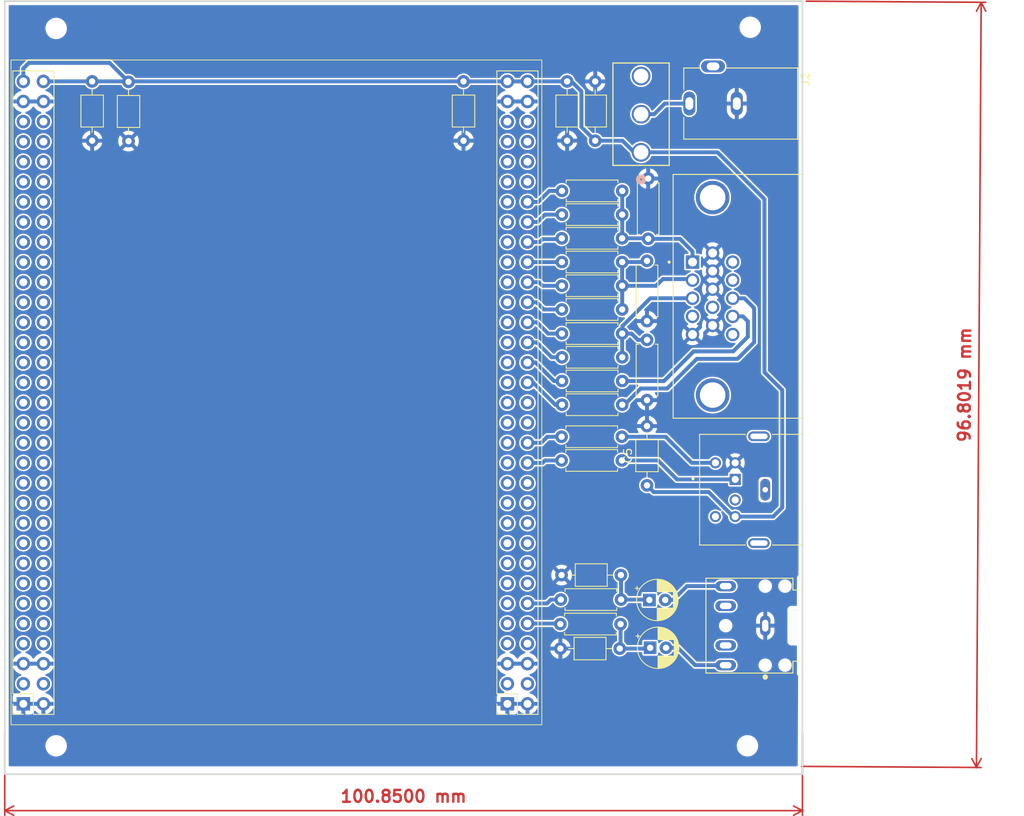
<source format=kicad_pcb>
(kicad_pcb (version 20240108) (generator "pcbnew") (generator_version "8.0")
  (layers (0 "F.Cu" signal) (31 "B.Cu" signal) (34 "B.Paste" user) (35 "F.Paste" user) (36 "B.SilkS" user "B.Silkscreen") (37 "F.SilkS" user "F.Silkscreen") (38 "B.Mask" user) (39 "F.Mask" user) (44 "Edge.Cuts" user))
  (net 0 "")
  (net 1 "5V_VCC")
  (net 2 "GND")
  (net 4 "Net-(J2-Pad1)")
  (net 6 "Net-(J3-Pad13)")
  (net 9 "VGA_B")
  (net 11 "Net-(J3-Pad14)")
  (net 14 "VGA_R")
  (net 15 "VGA_G")
  (net 17 "PS{slash}2_CLK_ENTRADA1")
  (net 18 "PS{slash}2_DATA_ENTRADA1")
  (net 24 "Net-(U3A-+)")
  (net 26 "AUDIO_R")
  (net 28 "BR1")
  (net 29 "BR2")
  (net 30 "BR3")
  (net 31 "BG1")
  (net 32 "BG2")
  (net 33 "BG3")
  (net 34 "BB1")
  (net 35 "BB2")
  (net 36 "PS{slash}2_CLK1")
  (net 37 "PS{slash}2_DATA1")
  (net 38 "H-Sync")
  (net 39 "V-Sync")
  (net 97 "AUDIO_L")
  (net 116 "Net-(U4A-+)")
  (net 141 "Net-(U3A--)")
  (net 142 "Net-(C10-Pad2)")
  (net 143 "Net-(U4A--)")
  (net 144 "Net-(J5-Pad2)")
  (footprint "Resistor_THT:R_Axial_DIN0207_L6.3mm_D2.5mm_P7.62mm_Horizontal" (layer "F.Cu") (at 151.37 104.95 180)
    (property "Reference" "R10" (hide yes))
    (property "Value" "330")
    (pad "1" thru_hole circle (at 0 0 180) (size 1.6 1.6) (drill 0.8) (layers "*.Cu" "*.Mask") (net 18 "PS{slash}2_DATA_ENTRADA1"))
    (pad "2" thru_hole oval (at 7.62 0 180) (size 1.6 1.6) (drill 0.8) (layers "*.Cu" "*.Mask") (net 37 "PS{slash}2_DATA1"))
  )
  (footprint "MountingHole:MountingHole_2.2mm_M2" (layer "F.Cu") (at 79.85 141.05)
    (property "Reference" "H4" (hide yes))
    (property "Value" "MountingHole" (hide yes))
    (pad "" np_thru_hole circle (at 0 0) (size 2.2 2.2) (drill 2.2) (layers "*.Cu" "*.Mask"))
  )
  (footprint "Resistor_THT:R_Axial_DIN0207_L6.3mm_D2.5mm_P7.62mm_Horizontal" (layer "F.Cu") (at 151.37 101.95 180)
    (property "Reference" "R9" (hide yes))
    (property "Value" "330")
    (pad "1" thru_hole circle (at 0 0 180) (size 1.6 1.6) (drill 0.8) (layers "*.Cu" "*.Mask") (net 17 "PS{slash}2_CLK_ENTRADA1"))
    (pad "2" thru_hole oval (at 7.62 0 180) (size 1.6 1.6) (drill 0.8) (layers "*.Cu" "*.Mask") (net 36 "PS{slash}2_CLK1"))
  )
  (footprint "Capacitor_THT:C_Axial_L3.8mm_D2.6mm_P7.50mm_Horizontal" (layer "F.Cu") (at 143.75 119.45)
    (property "Reference" "C3" (hide yes))
    (property "Value" "4.7 nF")
    (pad "1" thru_hole circle (at 0 0) (size 1.6 1.6) (drill 0.8) (layers "*.Cu" "*.Mask") (net 2 "GND"))
    (pad "2" thru_hole oval (at 7.5 0) (size 1.6 1.6) (drill 0.8) (layers "*.Cu" "*.Mask") (net 116 "Net-(U4A-+)"))
  )
  (footprint "Resistor_THT:R_Axial_DIN0207_L6.3mm_D2.5mm_P7.62mm_Horizontal" (layer "F.Cu") (at 143.59 125.65)
    (property "Reference" "R16" (hide yes))
    (property "Value" "4300")
    (pad "1" thru_hole circle (at 0 0) (size 1.6 1.6) (drill 0.8) (layers "*.Cu" "*.Mask") (net 26 "AUDIO_R"))
    (pad "2" thru_hole oval (at 7.62 0) (size 1.6 1.6) (drill 0.8) (layers "*.Cu" "*.Mask") (net 24 "Net-(U3A-+)"))
  )
  (footprint "MountingHole:MountingHole_2.2mm_M2" (layer "F.Cu") (at 79.85 50.3)
    (property "Reference" "H2" (hide yes))
    (property "Value" "MountingHole" (hide yes))
    (pad "" np_thru_hole circle (at 0 0) (size 2.2 2.2) (drill 2.2) (layers "*.Cu" "*.Mask"))
  )
  (footprint "Footprints_Tcc:ANT13SEC_CRS" (layer "F.Cu") (at 153.8 65.9711 90)
    (property "Reference" "U1" (at 4.826 0 90) (layer "F.SilkS"))
    (property "Value" "ANT13SECQE")
    (pad "1" thru_hole circle (at 0 0 90) (size 2.3622 2.3622) (drill 1.8542) (layers "*.Cu" "*.Mask") (net 1 "5V_VCC"))
    (pad "2" thru_hole circle (at 4.826 0 90) (size 2.3622 2.3622) (drill 1.8542) (layers "*.Cu" "*.Mask") (net 4 "Net-(J2-Pad1)"))
    (pad "3" thru_hole circle (at 9.652 0 90) (size 2.3622 2.3622) (drill 1.8542) (layers "*.Cu" "*.Mask"))
  )
  (footprint "Resistor_THT:R_Axial_DIN0207_L6.3mm_D2.5mm_P7.62mm_Horizontal" (layer "F.Cu") (at 154.7 76.91 90)
    (property "Reference" "R14" (hide yes))
    (property "Value" "150")
    (pad "1" thru_hole circle (at 0 0 90) (size 1.6 1.6) (drill 0.8) (layers "*.Cu" "*.Mask") (net 14 "VGA_R"))
    (pad "2" thru_hole oval (at 7.62 0 90) (size 1.6 1.6) (drill 0.8) (layers "*.Cu" "*.Mask") (net 2 "GND"))
  )
  (footprint "Resistor_THT:R_Axial_DIN0207_L6.3mm_D2.5mm_P7.62mm_Horizontal" (layer "F.Cu") (at 151.41 88.9 180)
    (property "Reference" "R8" (hide yes))
    (property "Value" "820")
    (pad "1" thru_hole circle (at 0 0 180) (size 1.6 1.6) (drill 0.8) (layers "*.Cu" "*.Mask") (net 9 "VGA_B"))
    (pad "2" thru_hole oval (at 7.62 0 180) (size 1.6 1.6) (drill 0.8) (layers "*.Cu" "*.Mask") (net 35 "BB2"))
  )
  (footprint "Capacitor_THT:C_Axial_L3.8mm_D2.6mm_P7.50mm_Horizontal" (layer "F.Cu") (at 144.45 57 -90)
    (property "Reference" "C4" (hide yes))
    (property "Value" "100 nF")
    (pad "1" thru_hole circle (at 0 0 270) (size 1.6 1.6) (drill 0.8) (layers "*.Cu" "*.Mask") (net 1 "5V_VCC"))
    (pad "2" thru_hole oval (at 7.5 0 270) (size 1.6 1.6) (drill 0.8) (layers "*.Cu" "*.Mask") (net 2 "GND"))
  )
  (footprint "Placa:Placa" (layer "F.Cu") (at 74.05 138.39 90)
    (property "Reference" "U2" (hide yes))
    (property "Value" "~" (hide yes))
    (pad "1" thru_hole rect (at 2.65 1.65) (size 1.7 1.7) (drill 1) (layers "*.Cu" "*.Mask") (net 2 "GND"))
    (pad "2" thru_hole oval (at 2.65 4.19) (size 1.7 1.7) (drill 1) (layers "*.Cu" "*.Mask") (net 2 "GND"))
    (pad "3" thru_hole oval (at 5.19 1.65) (size 1.7 1.7) (drill 1) (layers "*.Cu" "*.Mask"))
    (pad "4" thru_hole oval (at 5.19 4.19) (size 1.7 1.7) (drill 1) (layers "*.Cu" "*.Mask"))
    (pad "5" thru_hole oval (at 7.73 1.65) (size 1.7 1.7) (drill 1) (layers "*.Cu" "*.Mask") (net 2 "GND"))
    (pad "6" thru_hole oval (at 7.73 4.19) (size 1.7 1.7) (drill 1) (layers "*.Cu" "*.Mask") (net 2 "GND"))
    (pad "7" thru_hole oval (at 10.27 1.65) (size 1.7 1.7) (drill 1) (layers "*.Cu" "*.Mask"))
    (pad "8" thru_hole oval (at 10.27 4.19) (size 1.7 1.7) (drill 1) (layers "*.Cu" "*.Mask"))
    (pad "9" thru_hole oval (at 12.81 1.65) (size 1.7 1.7) (drill 1) (layers "*.Cu" "*.Mask"))
    (pad "10" thru_hole oval (at 12.81 4.19) (size 1.7 1.7) (drill 1) (layers "*.Cu" "*.Mask"))
    (pad "11" thru_hole oval (at 15.35 1.65) (size 1.7 1.7) (drill 1) (layers "*.Cu" "*.Mask"))
    (pad "12" thru_hole oval (at 15.35 4.19) (size 1.7 1.7) (drill 1) (layers "*.Cu" "*.Mask"))
    (pad "13" thru_hole oval (at 17.89 1.65) (size 1.7 1.7) (drill 1) (layers "*.Cu" "*.Mask"))
    (pad "14" thru_hole oval (at 17.89 4.19) (size 1.7 1.7) (drill 1) (layers "*.Cu" "*.Mask"))
    (pad "15" thru_hole oval (at 20.43 1.65) (size 1.7 1.7) (drill 1) (layers "*.Cu" "*.Mask"))
    (pad "16" thru_hole oval (at 20.43 4.19) (size 1.7 1.7) (drill 1) (layers "*.Cu" "*.Mask"))
    (pad "17" thru_hole oval (at 22.97 1.65) (size 1.7 1.7) (drill 1) (layers "*.Cu" "*.Mask"))
    (pad "18" thru_hole oval (at 22.97 4.19) (size 1.7 1.7) (drill 1) (layers "*.Cu" "*.Mask"))
    (pad "19" thru_hole oval (at 25.51 1.65) (size 1.7 1.7) (drill 1) (layers "*.Cu" "*.Mask"))
    (pad "20" thru_hole oval (at 25.51 4.19) (size 1.7 1.7) (drill 1) (layers "*.Cu" "*.Mask"))
    (pad "21" thru_hole oval (at 28.05 1.65) (size 1.7 1.7) (drill 1) (layers "*.Cu" "*.Mask"))
    (pad "22" thru_hole oval (at 28.05 4.19) (size 1.7 1.7) (drill 1) (layers "*.Cu" "*.Mask"))
    (pad "23" thru_hole oval (at 30.59 1.65) (size 1.7 1.7) (drill 1) (layers "*.Cu" "*.Mask"))
    (pad "24" thru_hole oval (at 30.59 4.19) (size 1.7 1.7) (drill 1) (layers "*.Cu" "*.Mask"))
    (pad "25" thru_hole oval (at 33.13 1.65) (size 1.7 1.7) (drill 1) (layers "*.Cu" "*.Mask"))
    (pad "26" thru_hole oval (at 33.13 4.19) (size 1.7 1.7) (drill 1) (layers "*.Cu" "*.Mask"))
    (pad "27" thru_hole oval (at 35.67 1.65) (size 1.7 1.7) (drill 1) (layers "*.Cu" "*.Mask"))
    (pad "28" thru_hole oval (at 35.67 4.19) (size 1.7 1.7) (drill 1) (layers "*.Cu" "*.Mask"))
    (pad "29" thru_hole oval (at 38.21 1.65) (size 1.7 1.7) (drill 1) (layers "*.Cu" "*.Mask"))
    (pad "30" thru_hole oval (at 38.21 4.19) (size 1.7 1.7) (drill 1) (layers "*.Cu" "*.Mask"))
    (pad "31" thru_hole oval (at 40.75 1.65) (size 1.7 1.7) (drill 1) (layers "*.Cu" "*.Mask"))
    (pad "32" thru_hole oval (at 40.75 4.19) (size 1.7 1.7) (drill 1) (layers "*.Cu" "*.Mask"))
    (pad "33" thru_hole oval (at 43.29 1.65) (size 1.7 1.7) (drill 1) (layers "*.Cu" "*.Mask"))
    (pad "34" thru_hole oval (at 43.29 4.19) (size 1.7 1.7) (drill 1) (layers "*.Cu" "*.Mask"))
    (pad "35" thru_hole oval (at 45.83 1.65) (size 1.7 1.7) (drill 1) (layers "*.Cu" "*.Mask"))
    (pad "36" thru_hole oval (at 45.83 4.19) (size 1.7 1.7) (drill 1) (layers "*.Cu" "*.Mask"))
    (pad "37" thru_hole oval (at 48.37 1.65) (size 1.7 1.7) (drill 1) (layers "*.Cu" "*.Mask"))
    (pad "38" thru_hole oval (at 48.37 4.19) (size 1.7 1.7) (drill 1) (layers "*.Cu" "*.Mask"))
    (pad "39" thru_hole oval (at 50.91 1.65) (size 1.7 1.7) (drill 1) (layers "*.Cu" "*.Mask"))
    (pad "40" thru_hole oval (at 50.91 4.19) (size 1.7 1.7) (drill 1) (layers "*.Cu" "*.Mask"))
    (pad "41" thru_hole oval (at 53.45 1.65) (size 1.7 1.7) (drill 1) (layers "*.Cu" "*.Mask"))
    (pad "42" thru_hole oval (at 53.45 4.19) (size 1.7 1.7) (drill 1) (layers "*.Cu" "*.Mask"))
    (pad "43" thru_hole oval (at 55.99 1.65) (size 1.7 1.7) (drill 1) (layers "*.Cu" "*.Mask"))
    (pad "44" thru_hole oval (at 55.99 4.19) (size 1.7 1.7) (drill 1) (layers "*.Cu" "*.Mask"))
    (pad "45" thru_hole oval (at 58.53 1.65) (size 1.7 1.7) (drill 1) (layers "*.Cu" "*.Mask"))
    (pad "46" thru_hole oval (at 58.53 4.19) (size 1.7 1.7) (drill 1) (layers "*.Cu" "*.Mask"))
    (pad "47" thru_hole oval (at 61.07 1.65) (size 1.7 1.7) (drill 1) (layers "*.Cu" "*.Mask"))
    (pad "48" thru_hole oval (at 61.07 4.19) (size 1.7 1.7) (drill 1) (layers "*.Cu" "*.Mask"))
    (pad "49" thru_hole oval (at 63.61 1.65) (size 1.7 1.7) (drill 1) (layers "*.Cu" "*.Mask"))
    (pad "50" thru_hole oval (at 63.61 4.19) (size 1.7 1.7) (drill 1) (layers "*.Cu" "*.Mask"))
    (pad "51" thru_hole oval (at 66.15 1.65) (size 1.7 1.7) (drill 1) (layers "*.Cu" "*.Mask"))
    (pad "52" thru_hole oval (at 66.15 4.19) (size 1.7 1.7) (drill 1) (layers "*.Cu" "*.Mask"))
    (pad "53" thru_hole oval (at 68.69 1.65) (size 1.7 1.7) (drill 1) (layers "*.Cu" "*.Mask"))
    (pad "54" thru_hole oval (at 68.69 4.19) (size 1.7 1.7) (drill 1) (layers "*.Cu" "*.Mask"))
    (pad "55" thru_hole oval (at 71.23 1.65) (size 1.7 1.7) (drill 1) (layers "*.Cu" "*.Mask"))
    (pad "56" thru_hole oval (at 71.23 4.19) (size 1.7 1.7) (drill 1) (layers "*.Cu" "*.Mask"))
    (pad "57" thru_hole oval (at 73.77 1.65) (size 1.7 1.7) (drill 1) (layers "*.Cu" "*.Mask"))
    (pad "58" thru_hole oval (at 73.77 4.19) (size 1.7 1.7) (drill 1) (layers "*.Cu" "*.Mask"))
    (pad "59" thru_hole oval (at 76.31 1.65) (size 1.7 1.7) (drill 1) (layers "*.Cu" "*.Mask"))
    (pad "60" thru_hole oval (at 76.31 4.19) (size 1.7 1.7) (drill 1) (layers "*.Cu" "*.Mask"))
    (pad "61" thru_hole oval (at 78.85 1.65) (size 1.7 1.7) (drill 1) (layers "*.Cu" "*.Mask") (net 2 "GND"))
    (pad "62" thru_hole oval (at 78.85 4.19) (size 1.7 1.7) (drill 1) (layers "*.Cu" "*.Mask") (net 2 "GND"))
    (pad "63" thru_hole oval (at 81.39 1.65) (size 1.7 1.7) (drill 1) (layers "*.Cu" "*.Mask") (net 1 "5V_VCC"))
    (pad "64" thru_hole oval (at 81.39 4.19) (size 1.7 1.7) (drill 1) (layers "*.Cu" "*.Mask") (net 1 "5V_VCC"))
    (pad "65" thru_hole rect (at 2.65 62.85) (size 1.7 1.7) (drill 1) (layers "*.Cu" "*.Mask") (net 2 "GND"))
    (pad "66" thru_hole oval (at 2.65 65.39) (size 1.7 1.7) (drill 1) (layers "*.Cu" "*.Mask" "F.Paste") (net 2 "GND"))
    (pad "67" thru_hole oval (at 5.19 62.85) (size 1.7 1.7) (drill 1) (layers "*.Cu" "*.Mask"))
    (pad "68" thru_hole oval (at 5.19 65.39) (size 1.7 1.7) (drill 1) (layers "*.Cu" "*.Mask"))
    (pad "69" thru_hole oval (at 7.73 62.85) (size 1.7 1.7) (drill 1) (layers "*.Cu" "*.Mask") (net 2 "GND"))
    (pad "70" thru_hole oval (at 7.73 65.39) (size 1.7 1.7) (drill 1) (layers "*.Cu" "*.Mask") (net 2 "GND"))
    (pad "71" thru_hole oval (at 10.27 62.85) (size 1.7 1.7) (drill 1) (layers "*.Cu" "*.Mask"))
    (pad "72" thru_hole oval (at 10.27 65.39) (size 1.7 1.7) (drill 1) (layers "*.Cu" "*.Mask"))
    (pad "73" thru_hole oval (at 12.81 62.85) (size 1.7 1.7) (drill 1) (layers "*.Cu" "*.Mask"))
    (pad "74" thru_hole oval (at 12.81 65.39) (size 1.7 1.7) (drill 1) (layers "*.Cu" "*.Mask") (net 26 "AUDIO_R"))
    (pad "75" thru_hole oval (at 15.35 62.85) (size 1.7 1.7) (drill 1) (layers "*.Cu" "*.Mask"))
    (pad "76" thru_hole oval (at 15.35 65.39) (size 1.7 1.7) (drill 1) (layers "*.Cu" "*.Mask") (net 97 "AUDIO_L"))
    (pad "77" thru_hole oval (at 17.89 62.85) (size 1.7 1.7) (drill 1) (layers "*.Cu" "*.Mask"))
    (pad "78" thru_hole oval (at 17.89 65.39) (size 1.7 1.7) (drill 1) (layers "*.Cu" "*.Mask"))
    (pad "79" thru_hole oval (at 20.43 62.85) (size 1.7 1.7) (drill 1) (layers "*.Cu" "*.Mask"))
    (pad "80" thru_hole oval (at 20.43 65.39) (size 1.7 1.7) (drill 1) (layers "*.Cu" "*.Mask"))
    (pad "81" thru_hole oval (at 22.97 62.85) (size 1.7 1.7) (drill 1) (layers "*.Cu" "*.Mask"))
    (pad "82" thru_hole oval (at 22.97 65.39) (size 1.7 1.7) (drill 1) (layers "*.Cu" "*.Mask"))
    (pad "83" thru_hole oval (at 25.51 62.85) (size 1.7 1.7) (drill 1) (layers "*.Cu" "*.Mask"))
    (pad "84" thru_hole oval (at 25.51 65.39) (size 1.7 1.7) (drill 1) (layers "*.Cu" "*.Mask"))
    (pad "85" thru_hole oval (at 28.05 62.85) (size 1.7 1.7) (drill 1) (layers "*.Cu" "*.Mask"))
    (pad "86" thru_hole oval (at 28.05 65.39) (size 1.7 1.7) (drill 1) (layers "*.Cu" "*.Mask"))
    (pad "87" thru_hole oval (at 30.59 62.85) (size 1.7 1.7) (drill 1) (layers "*.Cu" "*.Mask"))
    (pad "88" thru_hole oval (at 30.59 65.39) (size 1.7 1.7) (drill 1) (layers "*.Cu" "*.Mask"))
    (pad "89" thru_hole oval (at 33.13 62.85) (size 1.7 1.7) (drill 1) (layers "*.Cu" "*.Mask"))
    (pad "90" thru_hole oval (at 33.13 65.39) (size 1.7 1.7) (drill 1) (layers "*.Cu" "*.Mask") (net 37 "PS{slash}2_DATA1"))
    (pad "91" thru_hole oval (at 35.67 62.85) (size 1.7 1.7) (drill 1) (layers "*.Cu" "*.Mask"))
    (pad "92" thru_hole oval (at 35.67 65.39) (size 1.7 1.7) (drill 1) (layers "*.Cu" "*.Mask") (net 36 "PS{slash}2_CLK1"))
    (pad "93" thru_hole oval (at 38.21 62.85) (size 1.7 1.7) (drill 1) (layers "*.Cu" "*.Mask"))
    (pad "94" thru_hole oval (at 38.21 65.39) (size 1.7 1.7) (drill 1) (layers "*.Cu" "*.Mask"))
    (pad "95" thru_hole oval (at 40.75 62.85) (size 1.7 1.7) (drill 1) (layers "*.Cu" "*.Mask"))
    (pad "96" thru_hole oval (at 40.75 65.39) (size 1.7 1.7) (drill 1) (layers "*.Cu" "*.Mask"))
    (pad "97" thru_hole oval (at 43.29 62.85) (size 1.7 1.7) (drill 1) (layers "*.Cu" "*.Mask"))
    (pad "98" thru_hole oval (at 43.29 65.39) (size 1.7 1.7) (drill 1) (layers "*.Cu" "*.Mask") (net 38 "H-Sync"))
    (pad "99" thru_hole oval (at 45.83 62.85) (size 1.7 1.7) (drill 1) (layers "*.Cu" "*.Mask"))
    (pad "100" thru_hole oval (at 45.83 65.39) (size 1.7 1.7) (drill 1) (layers "*.Cu" "*.Mask") (net 39 "V-Sync"))
    (pad "101" thru_hole oval (at 48.37 62.85) (size 1.7 1.7) (drill 1) (layers "*.Cu" "*.Mask"))
    (pad "102" thru_hole oval (at 48.37 65.39) (size 1.7 1.7) (drill 1) (layers "*.Cu" "*.Mask") (net 34 "BB1"))
    (pad "103" thru_hole oval (at 50.91 62.85) (size 1.7 1.7) (drill 1) (layers "*.Cu" "*.Mask"))
    (pad "104" thru_hole oval (at 50.91 65.39) (size 1.7 1.7) (drill 1) (layers "*.Cu" "*.Mask") (net 35 "BB2"))
    (pad "105" thru_hole oval (at 53.45 62.85) (size 1.7 1.7) (drill 1) (layers "*.Cu" "*.Mask"))
    (pad "106" thru_hole oval (at 53.45 65.39) (size 1.7 1.7) (drill 1) (layers "*.Cu" "*.Mask") (net 31 "BG1"))
    (pad "107" thru_hole oval (at 55.99 62.85) (size 1.7 1.7) (drill 1) (layers "*.Cu" "*.Mask"))
    (pad "108" thru_hole oval (at 55.99 65.39) (size 1.7 1.7) (drill 1) (layers "*.Cu" "*.Mask") (net 32 "BG2"))
    (pad "109" thru_hole oval (at 58.53 62.85) (size 1.7 1.7) (drill 1) (layers "*.Cu" "*.Mask"))
    (pad "110" thru_hole oval (at 58.53 65.39) (size 1.7 1.7) (drill 1) (layers "*.Cu" "*.Mask") (net 33 "BG3"))
    (pad "111" thru_hole oval (at 61.07 62.85) (size 1.7 1.7) (drill 1) (layers "*.Cu" "*.Mask"))
    (pad "112" thru_hole oval (at 61.07 65.39) (size 1.7 1.7) (drill 1) (layers "*.Cu" "*.Mask") (net 28 "BR1"))
    (pad "113" thru_hole oval (at 63.61 62.85) (size 1.7 1.7) (drill 1) (layers "*.Cu" "*.Mask"))
    (pad "114" thru_hole oval (at 63.61 65.39) (size 1.7 1.7) (drill 1) (layers "*.Cu" "*.Mask") (net 29 "BR2"))
    (pad "115" thru_hole oval (at 66.15 62.85) (size 1.7 1.7) (drill 1) (layers "*.Cu" "*.Mask"))
    (pad "116" thru_hole oval (at 66.15 65.39) (size 1.7 1.7) (drill 1) (layers "*.Cu" "*.Mask") (net 30 "BR3"))
    (pad "117" thru_hole oval (at 68.69 62.85) (size 1.7 1.7) (drill 1) (layers "*.Cu" "*.Mask"))
    (pad "118" thru_hole oval (at 68.69 65.39) (size 1.7 1.7) (drill 1) (layers "*.Cu" "*.Mask"))
    (pad "119" thru_hole oval (at 71.23 62.85) (size 1.7 1.7) (drill 1) (layers "*.Cu" "*.Mask"))
    (pad "120" thru_hole oval (at 71.23 65.39) (size 1.7 1.7) (drill 1) (layers "*.Cu" "*.Mask"))
    (pad "121" thru_hole oval (at 73.77 62.85) (size 1.7 1.7) (drill 1) (layers "*.Cu" "*.Mask"))
    (pad "122" thru_hole oval (at 73.77 65.39) (size 1.7 1.7) (drill 1) (layers "*.Cu" "*.Mask"))
    (pad "123" thru_hole oval (at 76.31 62.85) (size 1.7 1.7) (drill 1) (layers "*.Cu" "*.Mask"))
    (pad "124" thru_hole oval (at 76.31 65.39) (size 1.7 1.7) (drill 1) (layers "*.Cu" "*.Mask"))
    (pad "125" thru_hole oval (at 78.85 62.85) (size 1.7 1.7) (drill 1) (layers "*.Cu" "*.Mask") (net 2 "GND"))
    (pad "126" thru_hole oval (at 78.85 65.39) (size 1.7 1.7) (drill 1) (layers "*.Cu" "*.Mask") (net 2 "GND"))
    (pad "127" thru_hole oval (at 81.39 62.85) (size 1.7 1.7) (drill 1) (layers "*.Cu" "*.Mask") (net 1 "5V_VCC"))
    (pad "128" thru_hole oval (at 81.39 65.39) (size 1.7 1.7) (drill 1) (layers "*.Cu" "*.Mask") (net 1 "5V_VCC"))
  )
  (footprint "Resistor_THT:R_Axial_DIN0207_L6.3mm_D2.5mm_P7.62mm_Horizontal" (layer "F.Cu") (at 151.42 70.85 180)
    (property "Reference" "R3" (hide yes))
    (property "Value" "910")
    (pad "1" thru_hole circle (at 0 0 180) (size 1.6 1.6) (drill 0.8) (layers "*.Cu" "*.Mask") (net 14 "VGA_R"))
    (pad "2" thru_hole oval (at 7.62 0 180) (size 1.6 1.6) (drill 0.8) (layers "*.Cu" "*.Mask") (net 30 "BR3"))
  )
  (footprint "Resistor_THT:R_Axial_DIN0207_L6.3mm_D2.5mm_P7.62mm_Horizontal" (layer "F.Cu") (at 151.42 97.9 180)
    (property "Reference" "R11" (hide yes))
    (property "Value" "47")
    (pad "1" thru_hole circle (at 0 0 180) (size 1.6 1.6) (drill 0.8) (layers "*.Cu" "*.Mask") (net 6 "Net-(J3-Pad13)"))
    (pad "2" thru_hole oval (at 7.62 0 180) (size 1.6 1.6) (drill 0.8) (layers "*.Cu" "*.Mask") (net 38 "H-Sync"))
  )
  (footprint "Resistor_THT:R_Axial_DIN0207_L6.3mm_D2.5mm_P7.62mm_Horizontal" (layer "F.Cu") (at 151.41 79.85 180)
    (property "Reference" "R6" (hide yes))
    (property "Value" "910")
    (pad "1" thru_hole circle (at 0 0 180) (size 1.6 1.6) (drill 0.8) (layers "*.Cu" "*.Mask") (net 15 "VGA_G"))
    (pad "2" thru_hole oval (at 7.62 0 180) (size 1.6 1.6) (drill 0.8) (layers "*.Cu" "*.Mask") (net 33 "BG3"))
  )
  (footprint "Resistor_THT:R_Axial_DIN0207_L6.3mm_D2.5mm_P7.62mm_Horizontal" (layer "F.Cu") (at 151.42 91.9 180)
    (property "Reference" "R7" (hide yes))
    (property "Value" "240")
    (pad "1" thru_hole circle (at 0 0 180) (size 1.6 1.6) (drill 0.8) (layers "*.Cu" "*.Mask") (net 9 "VGA_B"))
    (pad "2" thru_hole oval (at 7.62 0 180) (size 1.6 1.6) (drill 0.8) (layers "*.Cu" "*.Mask") (net 34 "BB1"))
  )
  (footprint "Resistor_THT:R_Axial_DIN0207_L6.3mm_D2.5mm_P7.62mm_Horizontal" (layer "F.Cu") (at 151.41 85.85 180)
    (property "Reference" "R4" (hide yes))
    (property "Value" "430")
    (pad "1" thru_hole circle (at 0 0 180) (size 1.6 1.6) (drill 0.8) (layers "*.Cu" "*.Mask") (net 15 "VGA_G"))
    (pad "2" thru_hole oval (at 7.62 0 180) (size 1.6 1.6) (drill 0.8) (layers "*.Cu" "*.Mask") (net 31 "BG1"))
  )
  (footprint "Resistor_THT:R_Axial_DIN0207_L6.3mm_D2.5mm_P7.62mm_Horizontal" (layer "F.Cu") (at 154.55 79.7 -90)
    (property "Reference" "R13" (hide yes))
    (property "Value" "150")
    (pad "1" thru_hole circle (at 0 0 270) (size 1.6 1.6) (drill 0.8) (layers "*.Cu" "*.Mask") (net 15 "VGA_G"))
    (pad "2" thru_hole oval (at 7.62 0 270) (size 1.6 1.6) (drill 0.8) (layers "*.Cu" "*.Mask") (net 2 "GND"))
  )
  (footprint "Footprints_Tcc:CUI_PJ-102A" (layer "F.Cu") (at 162.9 59.8 -90)
    (property "Reference" "J2" (at -3.082755 -11.664195 90) (layer "F.SilkS") (effects (font (size 1.002512 1.002512))))
    (property "Value" "PJ-102A")
    (pad "1" thru_hole oval (at 0 3 270) (size 3.016 1.508) (drill oval 1.6 1) (layers "*.Cu" "*.Mask") (net 4 "Net-(J2-Pad1)"))
    (pad "2" thru_hole oval (at 0 -3 270) (size 3.016 1.508) (drill oval 1.6 1) (layers "*.Cu" "*.Mask") (net 2 "GND"))
    (pad "3" thru_hole oval (at -4.7 0 270) (size 1.508 3.016) (drill oval 1 1.6) (layers "*.Cu" "*.Mask"))
  )
  (footprint "Resistor_THT:R_Axial_DIN0207_L6.3mm_D2.5mm_P7.62mm_Horizontal" (layer "F.Cu") (at 143.65 122.55)
    (property "Reference" "R17" (hide yes))
    (property "Value" "4300")
    (pad "1" thru_hole circle (at 0 0) (size 1.6 1.6) (drill 0.8) (layers "*.Cu" "*.Mask") (net 97 "AUDIO_L"))
    (pad "2" thru_hole oval (at 7.62 0) (size 1.6 1.6) (drill 0.8) (layers "*.Cu" "*.Mask") (net 116 "Net-(U4A-+)"))
  )
  (footprint "Resistor_THT:R_Axial_DIN0207_L6.3mm_D2.5mm_P7.62mm_Horizontal" (layer "F.Cu") (at 151.42 94.9 180)
    (property "Reference" "R12" (hide yes))
    (property "Value" "47")
    (pad "1" thru_hole circle (at 0 0 180) (size 1.6 1.6) (drill 0.8) (layers "*.Cu" "*.Mask") (net 11 "Net-(J3-Pad14)"))
    (pad "2" thru_hole oval (at 7.62 0 180) (size 1.6 1.6) (drill 0.8) (layers "*.Cu" "*.Mask") (net 39 "V-Sync"))
  )
  (footprint "MountingHole:MountingHole_2.2mm_M2" (layer "F.Cu") (at 167.6 50.3)
    (property "Reference" "H3" (hide yes))
    (property "Value" "MountingHole" (hide yes))
    (pad "" np_thru_hole circle (at 0 -0.15) (size 2.2 2.2) (drill 2.2) (layers "F&B.Cu" "*.Mask"))
  )
  (footprint "Capacitor_THT:C_Axial_L3.8mm_D2.6mm_P7.50mm_Horizontal" (layer "F.Cu") (at 89 64.55 90)
    (property "Reference" "C8" (hide yes))
    (property "Value" "100 nF")
    (pad "1" thru_hole circle (at 0 0 90) (size 1.6 1.6) (drill 0.8) (layers "*.Cu" "*.Mask") (net 2 "GND"))
    (pad "2" thru_hole oval (at 7.5 0 90) (size 1.6 1.6) (drill 0.8) (layers "*.Cu" "*.Mask") (net 1 "5V_VCC"))
  )
  (footprint "Capacitor_THT:CP_Radial_D5.0mm_P2.00mm" (layer "F.Cu") (at 154.95 128.65)
    (property "Reference" "C10" (hide yes))
    (property "Value" "220 uF")
    (pad "1" thru_hole rect (at 0 0) (size 1.6 1.6) (drill 0.8) (layers "*.Cu" "*.Mask") (net 141 "Net-(U3A--)"))
    (pad "2" thru_hole circle (at 2 0) (size 1.6 1.6) (drill 0.8) (layers "*.Cu" "*.Mask") (net 142 "Net-(C10-Pad2)"))
  )
  (footprint "p2_jack:CUI_SJ1-3525NG" (layer "F.Cu") (at 169.5 125.85 180)
    (property "Reference" "J5" (hide yes))
    (property "Value" "SJ1-3525NG")
    (fp_line (start -3.3 2) (end -4.5 2) (stroke (width 0.01)) (layer "Edge.Cuts"))
    (fp_line (start -3.3 -2) (end -3.3 2) (stroke (width 0.01)) (layer "Edge.Cuts"))
    (fp_line (start -4.5 2) (end -4.5 6) (stroke (width 0.01)) (layer "Edge.Cuts"))
    (fp_line (start -4.5 -2) (end -3.3 -2) (stroke (width 0.01)) (layer "Edge.Cuts"))
    (fp_line (start -4.5 -6) (end -4.5 -2) (stroke (width 0.01)) (layer "Edge.Cuts"))
    (pad "" np_thru_hole circle (at -2.5 -5 180) (size 1.2 1.2) (drill 1.2) (layers "*.Cu" "*.Mask"))
    (pad "" np_thru_hole circle (at -2.5 5 180) (size 1.2 1.2) (drill 1.2) (layers "*.Cu" "*.Mask"))
    (pad "" np_thru_hole circle (at 0 -5 180) (size 1.2 1.2) (drill 1.2) (layers "*.Cu" "*.Mask"))
    (pad "" np_thru_hole circle (at 0 5 180) (size 1.2 1.2) (drill 1.2) (layers "*.Cu" "*.Mask"))
    (pad "" np_thru_hole circle (at 5 0 180) (size 1.2 1.2) (drill 1.2) (layers "*.Cu" "*.Mask"))
    (pad "1" thru_hole oval (at 0 0 180) (size 1.308 2.616) (drill oval 0.8 1.5) (layers "*.Cu" "*.Mask") (net 2 "GND"))
    (pad "2" thru_hole oval (at 5 5 180) (size 2.616 1.308) (drill oval 1.5 0.8) (layers "*.Cu" "*.Mask") (net 144 "Net-(J5-Pad2)"))
    (pad "3" thru_hole oval (at 5 -5 180) (size 2.616 1.308) (drill oval 1.5 0.8) (layers "*.Cu" "*.Mask") (net 142 "Net-(C10-Pad2)"))
    (pad "4" thru_hole oval (at 5 2.5 180) (size 2.616 1.308) (drill oval 1.5 0.8) (layers "*.Cu" "*.Mask"))
    (pad "5" thru_hole oval (at 5 -2.5 180) (size 2.616 1.308) (drill oval 1.5 0.8) (layers "*.Cu" "*.Mask"))
  )
  (footprint "Capacitor_THT:C_Axial_L3.8mm_D2.6mm_P7.50mm_Horizontal" (layer "F.Cu") (at 84.4 57 -90)
    (property "Reference" "C7" (hide yes))
    (property "Value" "100 nF")
    (pad "1" thru_hole circle (at 0 0 270) (size 1.6 1.6) (drill 0.8) (layers "*.Cu" "*.Mask") (net 1 "5V_VCC"))
    (pad "2" thru_hole oval (at 7.5 0 270) (size 1.6 1.6) (drill 0.8) (layers "*.Cu" "*.Mask") (net 2 "GND"))
  )
  (footprint "Resistor_THT:R_Axial_DIN0207_L6.3mm_D2.5mm_P7.62mm_Horizontal" (layer "F.Cu") (at 151.41 73.85 180)
    (property "Reference" "R2" (hide yes))
    (property "Value" "510")
    (pad "1" thru_hole circle (at 0 0 180) (size 1.6 1.6) (drill 0.8) (layers "*.Cu" "*.Mask") (net 14 "VGA_R"))
    (pad "2" thru_hole oval (at 7.62 0 180) (size 1.6 1.6) (drill 0.8) (layers "*.Cu" "*.Mask") (net 29 "BR2"))
  )
  (footprint "Resistor_THT:R_Axial_DIN0207_L6.3mm_D2.5mm_P7.62mm_Horizontal" (layer "F.Cu") (at 151.4 76.85 180)
    (property "Reference" "R1" (hide yes))
    (property "Value" "430")
    (pad "1" thru_hole circle (at 0 0 180) (size 1.6 1.6) (drill 0.8) (layers "*.Cu" "*.Mask") (net 14 "VGA_R"))
    (pad "2" thru_hole oval (at 7.62 0 180) (size 1.6 1.6) (drill 0.8) (layers "*.Cu" "*.Mask") (net 28 "BR1"))
  )
  (footprint "Footprints_Tcc:CUI_MD-60SM" (layer "F.Cu") (at 169.5 108.65 90)
    (property "Reference" "J4" (hide yes))
    (property "Value" "MD-60SM")
    (fp_line (start 1.1 -0.35) (end 1.1 0.35) (stroke (width 0.01)) (layer "Edge.Cuts"))
    (fp_line (start -1.1 -0.35) (end 1.1 -0.35) (stroke (width 0.01)) (layer "Edge.Cuts"))
    (fp_line (start 1.1 0.35) (end -1.1 0.35) (stroke (width 0.01)) (layer "Edge.Cuts"))
    (fp_line (start -1.1 0.35) (end -1.1 -0.35) (stroke (width 0.01)) (layer "Edge.Cuts"))
    (pad "1" thru_hole rect (at 1.3 -3.8 90) (size 1.408 1.408) (drill 0.9) (layers "*.Cu" "*.Mask") (net 18 "PS{slash}2_DATA_ENTRADA1"))
    (pad "2" thru_hole circle (at -1.3 -3.8 90) (size 1.408 1.408) (drill 0.9) (layers "*.Cu" "*.Mask"))
    (pad "3" thru_hole circle (at 3.4 -3.8 90) (size 1.408 1.408) (drill 0.9) (layers "*.Cu" "*.Mask") (net 2 "GND"))
    (pad "4" thru_hole circle (at -3.4 -3.8 90) (size 1.408 1.408) (drill 0.9) (layers "*.Cu" "*.Mask") (net 1 "5V_VCC"))
    (pad "5" thru_hole circle (at 3.4 -6.3 90) (size 1.408 1.408) (drill 0.9) (layers "*.Cu" "*.Mask") (net 17 "PS{slash}2_CLK_ENTRADA1"))
    (pad "6" thru_hole circle (at -3.4 -6.3 90) (size 1.408 1.408) (drill 0.9) (layers "*.Cu" "*.Mask"))
    (pad "S1" thru_hole custom (at 0 0 90) (size 1.23 1.23) (drill 0.7) (layers "*.Cu") (options (clearance outline) (anchor circle)) (primitives (gr_poly (pts (xy 0 0.615) (xy -0.75 0.615) (xy -0.782 0.614) (xy -0.814 0.612) (xy -0.846 0.607) (xy -0.878 0.602) (xy -0.909 0.594) (xy -0.94 0.585) (xy -0.97 0.574) (xy -1 0.562) (xy -1.029 0.548) (xy -1.058 0.533) (xy -1.085 0.516) (xy -1.111 0.498) (xy -1.137 0.478) (xy -1.162 0.457) (xy -1.185 0.435) (xy -1.207 0.412) (xy -1.228 0.387) (xy -1.248 0.361) (xy -1.266 0.335) (xy -1.283 0.308) (xy -1.298 0.279) (xy -1.312 0.25) (xy -1.324 0.22) (xy -1.335 0.19) (xy -1.344 0.159) (xy -1.352 0.128) (xy -1.357 0.096) (xy -1.362 0.064) (xy -1.364 0.032) (xy -1.365 0) (xy -1.364 -0.032) (xy -1.362 -0.064) (xy -1.357 -0.096) (xy -1.352 -0.128) (xy -1.344 -0.159) (xy -1.335 -0.19) (xy -1.324 -0.22) (xy -1.312 -0.25) (xy -1.298 -0.279) (xy -1.283 -0.307) (xy -1.266 -0.335) (xy -1.248 -0.361) (xy -1.228 -0.387) (xy -1.207 -0.412) (xy -1.185 -0.435) (xy -1.162 -0.457) (xy -1.137 -0.478) (xy -1.111 -0.498) (xy -1.085 -0.516) (xy -1.058 -0.533) (xy -1.029 -0.548) (xy -1 -0.562) (xy -0.97 -0.574) (xy -0.94 -0.585) (xy -0.909 -0.594) (xy -0.878 -0.602) (xy -0.846 -0.607) (xy -0.814 -0.612) (xy -0.782 -0.614) (xy -0.75 -0.615) (xy 0 -0.615) (xy 0.75 -0.615) (xy 0.782 -0.614) (xy 0.814 -0.612) (xy 0.846 -0.607) (xy 0.878 -0.602) (xy 0.909 -0.594) (xy 0.94 -0.585) (xy 0.97 -0.574) (xy 1 -0.562) (xy 1.029 -0.548) (xy 1.058 -0.533) (xy 1.085 -0.516) (xy 1.111 -0.498) (xy 1.137 -0.478) (xy 1.162 -0.457) (xy 1.185 -0.435) (xy 1.207 -0.412) (xy 1.228 -0.387) (xy 1.248 -0.361) (xy 1.266 -0.335) (xy 1.283 -0.307) (xy 1.298 -0.279) (xy 1.312 -0.25) (xy 1.324 -0.22) (xy 1.335 -0.19) (xy 1.344 -0.159) (xy 1.352 -0.128) (xy 1.357 -0.096) (xy 1.362 -0.064) (xy 1.364 -0.032) (xy 1.365 0) (xy 1.364 0.032) (xy 1.362 0.064) (xy 1.357 0.096) (xy 1.352 0.128) (xy 1.344 0.159) (xy 1.335 0.19) (xy 1.324 0.22) (xy 1.312 0.25) (xy 1.298 0.279) (xy 1.283 0.307) (xy 1.266 0.335) (xy 1.248 0.361) (xy 1.228 0.387) (xy 1.207 0.412) (xy 1.185 0.435) (xy 1.162 0.457) (xy 1.137 0.478) (xy 1.111 0.498) (xy 1.085 0.516) (xy 1.058 0.533) (xy 1.029 0.548) (xy 1 0.562) (xy 0.97 0.574) (xy 0.94 0.585) (xy 0.909 0.594) (xy 0.878 0.602) (xy 0.846 0.607) (xy 0.814 0.612) (xy 0.782 0.614) (xy 0.75 0.615) (xy 0 0.615)) (width 0.01) (fill yes))))
    (pad "S2" thru_hole oval (at -6.75 -0.8 90) (size 1.23 2.73) (drill oval 0.7 2.2) (layers "*.Cu" "*.Mask"))
    (pad "S3" thru_hole oval (at 6.75 -0.8 90) (size 1.23 2.73) (drill oval 0.7 2.2) (layers "*.Cu" "*.Mask"))
  )
  (footprint "Capacitor_THT:C_Axial_L3.8mm_D2.6mm_P7.50mm_Horizontal" (layer "F.Cu") (at 148 64.5 90)
    (property "Reference" "C1" (hide yes))
    (property "Value" "4.7 uF")
    (pad "1" thru_hole circle (at 0 0 90) (size 1.6 1.6) (drill 0.8) (layers "*.Cu" "*.Mask") (net 1 "5V_VCC"))
    (pad "2" thru_hole oval (at 7.5 0 90) (size 1.6 1.6) (drill 0.8) (layers "*.Cu" "*.Mask") (net 2 "GND"))
  )
  (footprint "Resistor_THT:R_Axial_DIN0207_L6.3mm_D2.5mm_P7.62mm_Horizontal" (layer "F.Cu") (at 151.41 82.85 180)
    (property "Reference" "R5" (hide yes))
    (property "Value" "510")
    (pad "1" thru_hole circle (at 0 0 180) (size 1.6 1.6) (drill 0.8) (layers "*.Cu" "*.Mask") (net 15 "VGA_G"))
    (pad "2" thru_hole oval (at 7.62 0 180) (size 1.6 1.6) (drill 0.8) (layers "*.Cu" "*.Mask") (net 32 "BG2"))
  )
  (footprint "Capacitor_THT:C_Axial_L3.8mm_D2.6mm_P7.50mm_Horizontal" (layer "F.Cu") (at 151.1 128.75 180)
    (property "Reference" "C2" (hide yes))
    (property "Value" "4.7 nF")
    (pad "1" thru_hole circle (at 0 0 180) (size 1.6 1.6) (drill 0.8) (layers "*.Cu" "*.Mask") (net 24 "Net-(U3A-+)"))
    (pad "2" thru_hole oval (at 7.5 0 180) (size 1.6 1.6) (drill 0.8) (layers "*.Cu" "*.Mask") (net 2 "GND"))
  )
  (footprint "Capacitor_THT:CP_Radial_D5.0mm_P2.00mm" (layer "F.Cu") (at 154.85 122.6)
    (property "Reference" "e1" (hide yes))
    (property "Value" "220 uF")
    (pad "1" thru_hole rect (at 0 0) (size 1.6 1.6) (drill 0.8) (layers "*.Cu" "*.Mask") (net 143 "Net-(U4A--)"))
    (pad "2" thru_hole circle (at 2 0) (size 1.6 1.6) (drill 0.8) (layers "*.Cu" "*.Mask") (net 144 "Net-(J5-Pad2)"))
  )
  (footprint "Resistor_THT:R_Axial_DIN0207_L6.3mm_D2.5mm_P7.62mm_Horizontal" (layer "F.Cu") (at 154.55 89.7 -90)
    (property "Reference" "R15" (hide yes))
    (property "Value" "150")
    (pad "1" thru_hole circle (at 0 0 270) (size 1.6 1.6) (drill 0.8) (layers "*.Cu" "*.Mask") (net 9 "VGA_B"))
    (pad "2" thru_hole oval (at 7.62 0 270) (size 1.6 1.6) (drill 0.8) (layers "*.Cu" "*.Mask") (net 2 "GND"))
  )
  (footprint "Capacitor_THT:C_Axial_L3.8mm_D2.6mm_P7.50mm_Horizontal" (layer "F.Cu") (at 131.35 57 -90)
    (property "Reference" "C6" (hide yes))
    (property "Value" "100 nF")
    (pad "1" thru_hole circle (at 0 0 270) (size 1.6 1.6) (drill 0.8) (layers "*.Cu" "*.Mask") (net 1 "5V_VCC"))
    (pad "2" thru_hole oval (at 7.5 0 270) (size 1.6 1.6) (drill 0.8) (layers "*.Cu" "*.Mask") (net 2 "GND"))
  )
  (footprint "Capacitor_THT:C_Axial_L3.8mm_D2.6mm_P7.50mm_Horizontal" (layer "F.Cu") (at 154.55 108.1 90)
    (property "Reference" "C5" (at 3.75 -2.42 90) (layer "F.SilkS"))
    (property "Value" "100 nF")
    (pad "1" thru_hole circle (at 0 0 90) (size 1.6 1.6) (drill 0.8) (layers "*.Cu" "*.Mask") (net 1 "5V_VCC"))
    (pad "2" thru_hole oval (at 7.5 0 90) (size 1.6 1.6) (drill 0.8) (layers "*.Cu" "*.Mask") (net 2 "GND"))
  )
  (footprint "MountingHole:MountingHole_2.2mm_M2" (layer "F.Cu") (at 167.25 141.05)
    (property "Reference" "H1" (hide yes))
    (property "Value" "MountingHole" (hide yes))
    (pad "" np_thru_hole circle (at 0 0) (size 2.2 2.2) (drill 2.2) (layers "*.Cu" "*.Mask"))
  )
  (footprint "Footprints_Tcc:AMPHENOL_L77HDE15SD1CH4FVGA" (layer "F.Cu") (at 162.8475 84.18425 90)
    (property "Reference" "J3" (hide yes))
    (property "Value" "L77HDE15SD1CH4FVGA")
    (pad "1" thru_hole rect (at 4.33 -2.54 90) (size 1.695 1.695) (drill 1.13) (layers "*.Cu" "*.Mask") (net 14 "VGA_R"))
    (pad "2" thru_hole circle (at 2.04 -2.54 90) (size 1.695 1.695) (drill 1.13) (layers "*.Cu" "*.Mask") (net 15 "VGA_G"))
    (pad "3" thru_hole circle (at -0.25 -2.54 90) (size 1.695 1.695) (drill 1.13) (layers "*.Cu" "*.Mask") (net 9 "VGA_B"))
    (pad "4" thru_hole circle (at -2.54 -2.54 90) (size 1.695 1.695) (drill 1.13) (layers "*.Cu" "*.Mask"))
    (pad "5" thru_hole circle (at -4.83 -2.54 90) (size 1.695 1.695) (drill 1.13) (layers "*.Cu" "*.Mask") (net 2 "GND"))
    (pad "6" thru_hole circle (at 5.475 0 90) (size 1.695 1.695) (drill 1.13) (layers "*.Cu" "*.Mask") (net 2 "GND"))
    (pad "7" thru_hole circle (at 3.185 0 90) (size 1.695 1.695) (drill 1.13) (layers "*.Cu" "*.Mask") (net 2 "GND"))
    (pad "8" thru_hole circle (at 0.895 0 90) (size 1.695 1.695) (drill 1.13) (layers "*.Cu" "*.Mask") (net 2 "GND"))
    (pad "9" thru_hole circle (at -1.395 0 90) (size 1.695 1.695) (drill 1.13) (layers "*.Cu" "*.Mask"))
    (pad "10" thru_hole circle (at -3.685 0 90) (size 1.695 1.695) (drill 1.13) (layers "*.Cu" "*.Mask") (net 2 "GND"))
    (pad "11" thru_hole circle (at 4.33 2.54 90) (size 1.695 1.695) (drill 1.13) (layers "*.Cu" "*.Mask"))
    (pad "12" thru_hole circle (at 2.04 2.54 90) (size 1.695 1.695) (drill 1.13) (layers "*.Cu" "*.Mask"))
    (pad "13" thru_hole circle (at -0.25 2.54 90) (size 1.695 1.695) (drill 1.13) (layers "*.Cu" "*.Mask") (net 6 "Net-(J3-Pad13)"))
    (pad "14" thru_hole circle (at -2.54 2.54 90) (size 1.695 1.695) (drill 1.13) (layers "*.Cu" "*.Mask") (net 11 "Net-(J3-Pad14)"))
    (pad "15" thru_hole circle (at -4.83 2.54 90) (size 1.695 1.695) (drill 1.13) (layers "*.Cu" "*.Mask"))
    (pad "SH1" thru_hole circle (at -12.495 0 90) (size 4.246 4.246) (drill 3.23) (layers "*.Cu" "*.Mask"))
    (pad "SH2" thru_hole circle (at 12.495 0 90) (size 4.246 4.246) (drill 3.23) (layers "*.Cu" "*.Mask"))
  )
  (gr_rect (start 73.35 46.85) (end 174.2 144.65) (stroke (width 0.2)) (fill none) (layer "Edge.Cuts"))
  (dimension (type aligned) (layer "F.Cu") (pts (xy 73.35 138.9) (xy 174.2 138.9)) (height 10.349999) (gr_text "100.8500 mm" (at 123.775 147.449999 0) (layer "F.Cu") (effects (font (size 1.5 1.5) (thickness 0.3)))) (format (prefix "") (suffix "") (units 3) (units_format 1) (precision 4)) (style (thickness 0.2) (arrow_length 1.27) (text_position_mode 0) (extension_height 0.58642) (extension_offset 0.5) keep_text_aligned))
  (dimension (type aligned) (layer "F.Cu") (pts (xy 174.2 46.85) (xy 173.6 143.65)) (height -22.6) (gr_text "96.8019 mm" (at 194.699601 95.378923 89.64486542) (layer "F.Cu") (effects (font (size 1.5 1.5) (thickness 0.3)))) (format (prefix "") (suffix "") (units 3) (units_format 1) (precision 4)) (style (thickness 0.2) (arrow_length 1.27) (text_position_mode 0) (extension_height 0.58642) (extension_offset 0.5) keep_text_aligned))
  (segment (start 151.27 119.47) (end 151.25 119.45) (width 0.5) (layer "B.Cu") (net 0))
  (segment (start 151.21 128.64) (end 151.1 128.75) (width 0.5) (layer "B.Cu") (net 0))
  (segment (start 154.8 122.55) (end 154.85 122.6) (width 0.5) (layer "B.Cu") (net 0))
  (segment (start 151.1 128.75) (end 154.85 128.75) (width 0.5) (layer "B.Cu") (net 0))
  (segment (start 151.21 125.65) (end 151.21 128.64) (width 0.5) (layer "B.Cu") (net 0))
  (segment (start 151.27 122.55) (end 154.8 122.55) (width 0.5) (layer "B.Cu") (net 0))
  (segment (start 154.85 128.75) (end 154.95 128.65) (width 0.5) (layer "B.Cu") (net 0))
  (segment (start 151.27 122.55) (end 151.27 119.47) (width 0.5) (layer "B.Cu") (net 0))
  (segment (start 169.4 71.9) (end 169.4 93.8) (width 0.5) (layer "B.Cu") (net 1))
  (segment (start 75.7 55.35) (end 75.7 57) (width 0.5) (layer "B.Cu") (net 1))
  (segment (start 145 57) (end 144.45 57) (width 0.5) (layer "B.Cu") (net 1))
  (segment (start 136.9 57) (end 131.35 57) (width 0.5) (layer "B.Cu") (net 1))
  (segment (start 163.4711 65.9711) (end 169.4 71.9) (width 0.5) (layer "B.Cu") (net 1))
  (segment (start 76.4 54.65) (end 75.7 55.35) (width 0.5) (layer "B.Cu") (net 1))
  (segment (start 154.55 108.1) (end 155.4 108.95) (width 0.5) (layer "B.Cu") (net 1))
  (segment (start 131.35 57) (end 89.05 57) (width 0.5) (layer "B.Cu") (net 1))
  (segment (start 84.4 57) (end 88.95 57) (width 0.5) (layer "B.Cu") (net 1))
  (segment (start 139.44 57) (end 144.45 57) (width 0.5) (layer "B.Cu") (net 1))
  (segment (start 155.4 108.95) (end 162.35 108.95) (width 0.5) (layer "B.Cu") (net 1))
  (segment (start 148 64.5) (end 146.25 62.75) (width 0.5) (layer "B.Cu") (net 1))
  (segment (start 148 64.5) (end 151.45 64.5) (width 0.5) (layer "B.Cu") (net 1))
  (segment (start 170.5 112.05) (end 165.7 112.05) (width 0.5) (layer "B.Cu") (net 1))
  (segment (start 146.25 58.25) (end 145 57) (width 0.5) (layer "B.Cu") (net 1))
  (segment (start 171.65 110.9) (end 170.5 112.05) (width 0.5) (layer "B.Cu") (net 1))
  (segment (start 146.25 62.75) (end 146.25 58.25) (width 0.5) (layer "B.Cu") (net 1))
  (segment (start 89 57.05) (end 86.6 54.65) (width 0.5) (layer "B.Cu") (net 1))
  (segment (start 169.4 93.8) (end 171.65 96.05) (width 0.5) (layer "B.Cu") (net 1))
  (segment (start 88.95 57) (end 89 57.05) (width 0.5) (layer "B.Cu") (net 1))
  (segment (start 152.9211 65.9711) (end 153.8 65.9711) (width 0.5) (layer "B.Cu") (net 1))
  (segment (start 89.05 57) (end 89 57.05) (width 0.5) (layer "B.Cu") (net 1))
  (segment (start 151.45 64.5) (end 152.9211 65.9711) (width 0.5) (layer "B.Cu") (net 1))
  (segment (start 165.45 112.05) (end 162.35 108.95) (width 0.5) (layer "B.Cu") (net 1))
  (segment (start 86.6 54.65) (end 76.4 54.65) (width 0.5) (layer "B.Cu") (net 1))
  (segment (start 139.44 57) (end 136.9 57) (width 0.5) (layer "B.Cu") (net 1))
  (segment (start 84.4 57) (end 78.24 57) (width 0.5) (layer "B.Cu") (net 1))
  (segment (start 165.7 112.05) (end 165.45 112.05) (width 0.5) (layer "B.Cu") (net 1))
  (segment (start 153.8 65.9711) (end 163.4711 65.9711) (width 0.5) (layer "B.Cu") (net 1))
  (segment (start 171.65 96.05) (end 171.65 110.9) (width 0.5) (layer "B.Cu") (net 1))
  (segment (start 153.8 61.1451) (end 155.4549 61.1451) (width 0.5) (layer "B.Cu") (net 4))
  (segment (start 156.8 59.8) (end 159.9 59.8) (width 0.5) (layer "B.Cu") (net 4))
  (segment (start 155.4549 61.1451) (end 156.8 59.8) (width 0.5) (layer "B.Cu") (net 4))
  (segment (start 157.1 95.85) (end 160.85 92.1) (width 0.5) (layer "B.Cu") (net 6))
  (segment (start 151.7 97.9) (end 153.75 95.85) (width 0.5) (layer "B.Cu") (net 6))
  (segment (start 168.05 85.6185) (end 166.86575 84.43425) (width 0.5) (layer "B.Cu") (net 6))
  (segment (start 166 92.1) (end 168.1 90) (width 0.5) (layer "B.Cu") (net 6))
  (segment (start 168.1 90) (end 168.1 85.75) (width 0.5) (layer "B.Cu") (net 6))
  (segment (start 166.86575 84.43425) (end 165.3875 84.43425) (width 0.5) (layer "B.Cu") (net 6))
  (segment (start 168.05 85.7) (end 168.05 85.6185) (width 0.5) (layer "B.Cu") (net 6))
  (segment (start 160.85 92.1) (end 166 92.1) (width 0.5) (layer "B.Cu") (net 6))
  (segment (start 151.42 97.9) (end 151.7 97.9) (width 0.5) (layer "B.Cu") (net 6))
  (segment (start 168.1 85.75) (end 168.05 85.7) (width 0.5) (layer "B.Cu") (net 6))
  (segment (start 153.75 95.85) (end 157.1 95.85) (width 0.5) (layer "B.Cu") (net 6))
  (segment (start 151.45 87.95) (end 154.96575 84.43425) (width 0.5) (layer "B.Cu") (net 9))
  (segment (start 152.6 88.9) (end 153.4 89.7) (width 0.5) (layer "B.Cu") (net 9))
  (segment (start 151.41 91.89) (end 151.42 91.9) (width 0.5) (layer "B.Cu") (net 9))
  (segment (start 151.41 88.9) (end 152.6 88.9) (width 0.5) (layer "B.Cu") (net 9))
  (segment (start 151.41 88.9) (end 151.41 91.89) (width 0.5) (layer "B.Cu") (net 9))
  (segment (start 153.4 89.7) (end 154.55 89.7) (width 0.5) (layer "B.Cu") (net 9))
  (segment (start 151.41 88.9) (end 151.45 88.86) (width 0.5) (layer "B.Cu") (net 9))
  (segment (start 151.45 88.86) (end 151.45 87.95) (width 0.5) (layer "B.Cu") (net 9))
  (segment (start 154.96575 84.43425) (end 160.3075 84.43425) (width 0.5) (layer "B.Cu") (net 9))
  (segment (start 165.45 91.15) (end 167.3 89.3) (width 0.5) (layer "B.Cu") (net 11))
  (segment (start 167.3 87.35) (end 166.67425 86.72425) (width 0.5) (layer "B.Cu") (net 11))
  (segment (start 166.67425 86.72425) (end 165.3875 86.72425) (width 0.5) (layer "B.Cu") (net 11))
  (segment (start 151.42 94.9) (end 156.7 94.9) (width 0.5) (layer "B.Cu") (net 11))
  (segment (start 167.3 89.3) (end 167.3 87.35) (width 0.5) (layer "B.Cu") (net 11))
  (segment (start 156.7 94.9) (end 160.45 91.15) (width 0.5) (layer "B.Cu") (net 11))
  (segment (start 160.45 91.15) (end 165.45 91.15) (width 0.5) (layer "B.Cu") (net 11))
  (segment (start 154.64 76.85) (end 154.7 76.91) (width 0.5) (layer "B.Cu") (net 14))
  (segment (start 154.7 76.91) (end 158.71 76.91) (width 0.5) (layer "B.Cu") (net 14))
  (segment (start 151.42 76.83) (end 151.4 76.85) (width 0.5) (layer "B.Cu") (net 14))
  (segment (start 158.71 76.91) (end 160.3075 78.5075) (width 0.5) (layer "B.Cu") (net 14))
  (segment (start 151.4 76.85) (end 154.64 76.85) (width 0.5) (layer "B.Cu") (net 14))
  (segment (start 151.42 70.85) (end 151.42 76.83) (width 0.5) (layer "B.Cu") (net 14))
  (segment (start 160.3075 78.5075) (end 160.3075 79.85425) (width 0.5) (layer "B.Cu") (net 14))
  (segment (start 151.4 76.85) (end 151.8 77.25) (width 0.5) (layer "B.Cu") (net 14))
  (segment (start 160.16325 82) (end 160.3075 82.14425) (width 0.5) (layer "B.Cu") (net 15))
  (segment (start 151.41 79.85) (end 151.41 85.85) (width 0.5) (layer "B.Cu") (net 15))
  (segment (start 156.55 82) (end 160.16325 82) (width 0.5) (layer "B.Cu") (net 15))
  (segment (start 155.7 82.85) (end 156.55 82) (width 0.5) (layer "B.Cu") (net 15))
  (segment (start 151.41 79.85) (end 154.4 79.85) (width 0.5) (layer "B.Cu") (net 15))
  (segment (start 151.41 82.85) (end 155.7 82.85) (width 0.5) (layer "B.Cu") (net 15))
  (segment (start 154.4 79.85) (end 154.55 79.7) (width 0.5) (layer "B.Cu") (net 15))
  (segment (start 156.9 101.95) (end 160.2 105.25) (width 0.5) (layer "B.Cu") (net 17))
  (segment (start 151.37 101.95) (end 156.9 101.95) (width 0.5) (layer "B.Cu") (net 17))
  (segment (start 160.2 105.25) (end 163.2 105.25) (width 0.5) (layer "B.Cu") (net 17))
  (segment (start 155.95 104.95) (end 158.35 107.35) (width 0.5) (layer "B.Cu") (net 18))
  (segment (start 151.37 104.95) (end 155.95 104.95) (width 0.5) (layer "B.Cu") (net 18))
  (segment (start 158.35 107.35) (end 165.7 107.35) (width 0.5) (layer "B.Cu") (net 18))
  (segment (start 143.52 125.58) (end 143.59 125.65) (width 0.5) (layer "B.Cu") (net 26))
  (segment (start 139.44 125.58) (end 143.52 125.58) (width 0.5) (layer "B.Cu") (net 26))
  (segment (start 140.98 77.32) (end 141.35 76.95) (width 0.5) (layer "B.Cu") (net 28))
  (segment (start 141.35 76.95) (end 143.68 76.95) (width 0.5) (layer "B.Cu") (net 28))
  (segment (start 143.68 76.95) (end 143.78 76.85) (width 0.5) (layer "B.Cu") (net 28))
  (segment (start 139.44 77.32) (end 140.98 77.32) (width 0.5) (layer "B.Cu") (net 28))
  (segment (start 139.44 74.78) (end 140.72 74.78) (width 0.5) (layer "B.Cu") (net 29))
  (segment (start 141.65 73.85) (end 143.79 73.85) (width 0.5) (layer "B.Cu") (net 29))
  (segment (start 140.72 74.78) (end 141.65 73.85) (width 0.5) (layer "B.Cu") (net 29))
  (segment (start 142.2 70.85) (end 143.8 70.85) (width 0.5) (layer "B.Cu") (net 30))
  (segment (start 140.81 72.24) (end 142.2 70.85) (width 0.5) (layer "B.Cu") (net 30))
  (segment (start 139.44 72.24) (end 140.81 72.24) (width 0.5) (layer "B.Cu") (net 30))
  (segment (start 141.5 85.85) (end 143.79 85.85) (width 0.5) (layer "B.Cu") (net 31))
  (segment (start 139.44 84.94) (end 140.59 84.94) (width 0.5) (layer "B.Cu") (net 31))
  (segment (start 140.59 84.94) (end 141.5 85.85) (width 0.5) (layer "B.Cu") (net 31))
  (segment (start 139.44 82.4) (end 140.9 82.4) (width 0.5) (layer "B.Cu") (net 32))
  (segment (start 141.35 82.85) (end 143.79 82.85) (width 0.5) (layer "B.Cu") (net 32))
  (segment (start 140.9 82.4) (end 141.35 82.85) (width 0.5) (layer "B.Cu") (net 32))
  (segment (start 139.44 79.86) (end 143.78 79.86) (width 0.5) (layer "B.Cu") (net 33))
  (segment (start 143.78 79.86) (end 143.79 79.85) (width 0.5) (layer "B.Cu") (net 33))
  (segment (start 140.62 90.02) (end 142.5 91.9) (width 0.5) (layer "B.Cu") (net 34))
  (segment (start 142.5 91.9) (end 143.8 91.9) (width 0.5) (layer "B.Cu") (net 34))
  (segment (start 139.44 90.02) (end 140.62 90.02) (width 0.5) (layer "B.Cu") (net 34))
  (segment (start 139.44 87.48) (end 140.63 87.48) (width 0.5) (layer "B.Cu") (net 35))
  (segment (start 140.63 87.48) (end 142.05 88.9) (width 0.5) (layer "B.Cu") (net 35))
  (segment (start 142.05 88.9) (end 143.79 88.9) (width 0.5) (layer "B.Cu") (net 35))
  (segment (start 141.18 102.72) (end 141.95 101.95) (width 0.5) (layer "B.Cu") (net 36))
  (segment (start 139.44 102.72) (end 141.18 102.72) (width 0.5) (layer "B.Cu") (net 36))
  (segment (start 141.95 101.95) (end 143.75 101.95) (width 0.5) (layer "B.Cu") (net 36))
  (segment (start 141.34 105.26) (end 141.65 104.95) (width 0.5) (layer "B.Cu") (net 37))
  (segment (start 141.65 104.95) (end 143.75 104.95) (width 0.5) (layer "B.Cu") (net 37))
  (segment (start 139.44 105.26) (end 141.34 105.26) (width 0.5) (layer "B.Cu") (net 37))
  (segment (start 140.15 95.1) (end 139.44 95.1) (width 0.5) (layer "B.Cu") (net 38))
  (segment (start 142.95 97.9) (end 140.15 95.1) (width 0.5) (layer "B.Cu") (net 38))
  (segment (start 143.8 97.9) (end 142.95 97.9) (width 0.5) (layer "B.Cu") (net 38))
  (segment (start 142.8 94.9) (end 140.46 92.56) (width 0.5) (layer "B.Cu") (net 39))
  (segment (start 143.8 94.9) (end 142.8 94.9) (width 0.5) (layer "B.Cu") (net 39))
  (segment (start 140.46 92.56) (end 139.44 92.56) (width 0.5) (layer "B.Cu") (net 39))
  (segment (start 141.91 123.04) (end 142.4 122.55) (width 0.5) (layer "B.Cu") (net 97))
  (segment (start 139.44 123.04) (end 141.91 123.04) (width 0.5) (layer "B.Cu") (net 97))
  (segment (start 142.4 122.55) (end 143.65 122.55) (width 0.5) (layer "B.Cu") (net 97))
  (segment (start 156.95 128.65) (end 158.45 128.65) (width 0.5) (layer "B.Cu") (net 142))
  (segment (start 160.65 130.85) (end 164.5 130.85) (width 0.5) (layer "B.Cu") (net 142))
  (segment (start 158.45 128.65) (end 160.65 130.85) (width 0.5) (layer "B.Cu") (net 142))
  (segment (start 156.85 122.6) (end 157.85 122.6) (width 0.5) (layer "B.Cu") (net 144))
  (segment (start 159.6 120.85) (end 164.5 120.85) (width 0.5) (layer "B.Cu") (net 144))
  (segment (start 157.85 122.6) (end 159.6 120.85) (width 0.5) (layer "B.Cu") (net 144))
  (zone (net 2) (net_name "GND") (layer "B.Cu") (name "GND") (connect_pads (clearance 0)) (min_thickness 0.25) (fill yes (thermal_gap 0.5) (thermal_bridge_width 0.5))
    (polygon (pts (xy 73.2 46.7) (xy 174.05 46.7) (xy 173.6 143.65) (xy 72.75 143.65)))
  )
)
</source>
